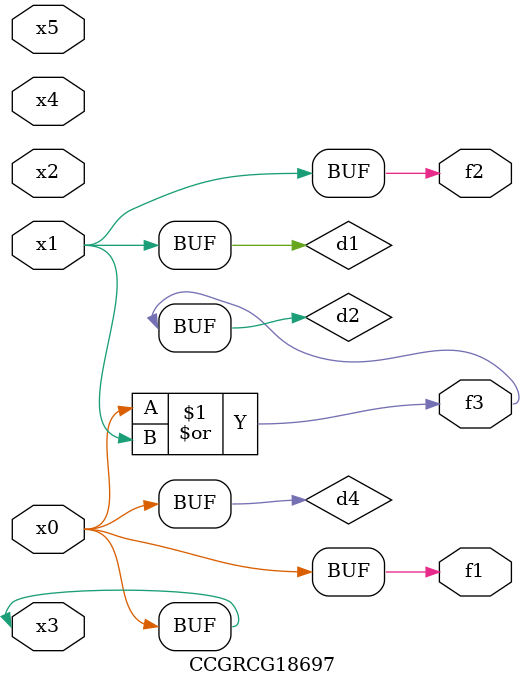
<source format=v>
module CCGRCG18697(
	input x0, x1, x2, x3, x4, x5,
	output f1, f2, f3
);

	wire d1, d2, d3, d4;

	and (d1, x1);
	or (d2, x0, x1);
	nand (d3, x0, x5);
	buf (d4, x0, x3);
	assign f1 = d4;
	assign f2 = d1;
	assign f3 = d2;
endmodule

</source>
